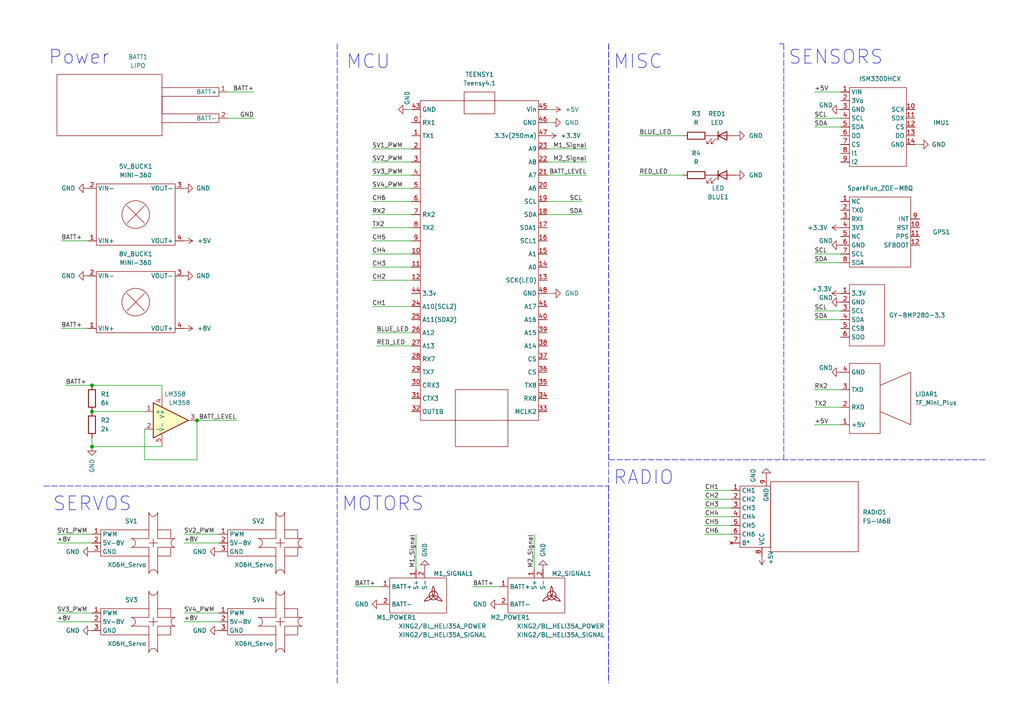
<source format=kicad_sch>
(kicad_sch (version 20211123) (generator eeschema)
  (paper "A4")
  (lib_symbols
    (symbol "ContraHopperSymbols:FS-IA6B"
      (property "Reference" "U" (at 0 -2.54 0))
      (property "Value" "FS-IA6B" (at 0 -5.08 0))
      (symbol "FS-IA6B_0_1"
        (rectangle (start -10.16 7.62) (end 10.16 -17.78))
        (rectangle (start -8.89 16.51) (end 8.89 7.62))
      )
      (symbol "FS-IA6B_1_1"
        (pin bidirectional line (at 7.62 19.05 270) (length 2.54) (name "CH1") (number "1"))
        (pin bidirectional line (at 5.08 19.05 270) (length 2.54) (name "CH2") (number "2"))
        (pin bidirectional line (at 2.54 19.05 270) (length 2.54) (name "CH3") (number "3"))
        (pin bidirectional line (at 0 19.05 270) (length 2.54) (name "CH4") (number "4"))
        (pin bidirectional line (at -2.54 19.05 270) (length 2.54) (name "CH5") (number "5"))
        (pin bidirectional line (at -5.08 19.05 270) (length 2.54) (name "CH6") (number "6"))
        (pin no_connect line (at -7.62 19.05 270) (length 2.54) (name "B*") (number "7"))
        (pin input line (at -11.43 10.16 0) (length 2.54) (name "VCC") (number "8"))
        (pin bidirectional line (at 11.43 8.89 180) (length 2.54) (name "GND") (number "9"))
      )
    )
    (symbol "ContraHopperSymbols:GY-BMP280-3.3"
      (property "Value" "GY-BMP280-3.3" (at 0 6.35 0))
      (symbol "GY-BMP280-3.3_0_1"
        (rectangle (start -8.89 -1.27) (end 8.89 8.89))
      )
      (symbol "GY-BMP280-3.3_1_1"
        (pin input line (at -6.35 -3.81 90) (length 2.54) (name "3.3V") (number "1"))
        (pin bidirectional line (at -3.81 -3.81 90) (length 2.54) (name "GND") (number "2"))
        (pin bidirectional line (at -1.27 -3.81 90) (length 2.54) (name "SCL") (number "3"))
        (pin bidirectional line (at 1.27 -3.81 90) (length 2.54) (name "SDA") (number "4"))
        (pin bidirectional line (at 3.81 -3.81 90) (length 2.54) (name "CSB") (number "5"))
        (pin bidirectional line (at 6.35 -3.81 90) (length 2.54) (name "SDO") (number "6"))
      )
    )
    (symbol "ContraHopperSymbols:ISM330DHCX"
      (property "Reference" "U" (at 0 2.54 0))
      (property "Value" "ISM330DHCX" (at 0 0 0))
      (symbol "ISM330DHCX_0_1"
        (rectangle (start -11.43 8.89) (end 11.43 -7.62))
      )
      (symbol "ISM330DHCX_1_1"
        (pin input line (at -10.16 -10.16 90) (length 2.54) (name "VIN") (number "1"))
        (pin bidirectional line (at -5.08 11.43 270) (length 2.54) (name "SCX") (number "10"))
        (pin bidirectional line (at -2.54 11.43 270) (length 2.54) (name "SDX") (number "11"))
        (pin bidirectional line (at 0 11.43 270) (length 2.54) (name "CS") (number "12"))
        (pin bidirectional line (at 2.54 11.43 270) (length 2.54) (name "DO") (number "13"))
        (pin bidirectional line (at 5.08 11.43 270) (length 2.54) (name "GND") (number "14"))
        (pin input line (at -7.62 -10.16 90) (length 2.54) (name "3Vo") (number "2"))
        (pin bidirectional line (at -5.08 -10.16 90) (length 2.54) (name "GND") (number "3"))
        (pin bidirectional line (at -2.54 -10.16 90) (length 2.54) (name "SCL") (number "4"))
        (pin bidirectional line (at 0 -10.16 90) (length 2.54) (name "SDA") (number "5"))
        (pin bidirectional line (at 2.54 -10.16 90) (length 2.54) (name "DO") (number "6"))
        (pin bidirectional line (at 5.08 -10.16 90) (length 2.54) (name "CS") (number "7"))
        (pin bidirectional line (at 7.62 -10.16 90) (length 2.54) (name "I1") (number "8"))
        (pin bidirectional line (at 10.16 -10.16 90) (length 2.54) (name "I2") (number "9"))
      )
    )
    (symbol "ContraHopperSymbols:LIPO"
      (property "Reference" "U" (at -5.08 -17.78 0))
      (property "Value" "LIPO" (at 0 -17.78 0))
      (symbol "LIPO_0_1"
        (rectangle (start -8.89 15.24) (end 8.89 -15.24))
        (polyline (pts (xy -5.08 15.24) (xy -5.08 31.75) (xy -2.54 31.75) (xy -2.54 15.24) (xy 2.54 15.24) (xy 2.54 31.75) (xy 5.08 31.75) (xy 5.08 15.24)))
      )
      (symbol "LIPO_1_1"
        (pin output line (at -3.81 34.29 270) (length 2.54) (name "BATT+") (number "1"))
        (pin bidirectional line (at 3.81 34.29 270) (length 2.54) (name "BATT-") (number "2"))
      )
    )
    (symbol "ContraHopperSymbols:LM358"
      (property "Reference" "U" (at 2.54 5.08 0))
      (property "Value" "LM358" (at 7.62 -6.35 0))
      (symbol "LM358_0_1"
        (polyline (pts (xy 7.62 0) (xy -2.54 5.08) (xy -2.54 -5.08) (xy 7.62 0)) (stroke (width 0.254)) (fill (type background)))
      )
      (symbol "LM358_1_1"
        (pin bidirectional line (at -5.08 2.54 0) (length 2.54) (name "+") (number "1"))
        (pin bidirectional line (at -5.08 -2.54 0) (length 2.54) (name "-") (number "2"))
        (pin bidirectional line (at 10.16 0 180) (length 2.54) (name "~") (number "3"))
        (pin input line (at 0 7.62 270) (length 3.81) (name "V+") (number "4"))
        (pin bidirectional line (at 0 -7.62 90) (length 3.81) (name "V-") (number "5"))
      )
    )
    (symbol "ContraHopperSymbols:MINI-360"
      (property "Reference" "U" (at 5.08 -10.16 0))
      (property "Value" "MINI-360" (at -1.27 -10.16 0))
      (symbol "MINI-360_0_1"
        (circle (center -0.635 0.635) (radius 4.0161))
        (polyline (pts (xy -3.175 -1.905) (xy 1.905 3.175)))
        (polyline (pts (xy -3.175 3.175) (xy 1.905 -1.905)))
        (rectangle (start 10.795 9.525) (end -12.065 -8.255))
      )
      (symbol "MINI-360_1_1"
        (pin input line (at -14.605 -6.985 0) (length 2.54) (name "VIN+") (number "1"))
        (pin bidirectional line (at -14.605 8.255 0) (length 2.54) (name "VIN-") (number "2"))
        (pin bidirectional line (at 13.335 8.255 180) (length 2.54) (name "VOUT-") (number "3"))
        (pin output line (at 13.335 -6.985 180) (length 2.54) (name "VOUT+") (number "4"))
      )
    )
    (symbol "ContraHopperSymbols:SparkFun_ZOE-M8Q"
      (property "Reference" "U" (at 0 -13.97 0))
      (property "Value" "SparkFun_ZOE-M8Q" (at 0 -11.43 0))
      (symbol "SparkFun_ZOE-M8Q_0_1"
        (rectangle (start 8.89 10.16) (end -8.89 -10.16))
      )
      (symbol "SparkFun_ZOE-M8Q_1_1"
        (pin bidirectional line (at -11.43 8.89 0) (length 2.54) (name "NC") (number "1"))
        (pin bidirectional line (at 11.43 1.27 180) (length 2.54) (name "RST") (number "10"))
        (pin bidirectional line (at 11.43 -1.27 180) (length 2.54) (name "PPS") (number "11"))
        (pin bidirectional line (at 11.43 -3.81 180) (length 2.54) (name "SFBOOT") (number "12"))
        (pin bidirectional line (at -11.43 6.35 0) (length 2.54) (name "TXO") (number "2"))
        (pin bidirectional line (at -11.43 3.81 0) (length 2.54) (name "RXI") (number "3"))
        (pin input line (at -11.43 1.27 0) (length 2.54) (name "3V3") (number "4"))
        (pin bidirectional line (at -11.43 -1.27 0) (length 2.54) (name "NC") (number "5"))
        (pin bidirectional line (at -11.43 -3.81 0) (length 2.54) (name "GND") (number "6"))
        (pin bidirectional line (at -11.43 -6.35 0) (length 2.54) (name "SCL") (number "7"))
        (pin bidirectional line (at -11.43 -8.89 0) (length 2.54) (name "SDA") (number "8"))
        (pin bidirectional line (at 11.43 3.81 180) (length 2.54) (name "INT") (number "9"))
      )
    )
    (symbol "ContraHopperSymbols:TF_Mini_Plus"
      (property "Reference" "U" (at 12.7 5.08 0))
      (property "Value" "TF_Mini_Plus" (at 0 -1.27 0))
      (symbol "TF_Mini_Plus_0_1"
        (rectangle (start -10.16 5.08) (end 10.16 -3.81))
        (polyline (pts (xy -3.81 -3.81) (xy -7.62 -12.7)))
        (polyline (pts (xy -7.62 -12.7) (xy 7.62 -12.7) (xy 3.81 -3.81) (xy 3.81 -3.81)))
      )
      (symbol "TF_Mini_Plus_1_1"
        (pin input line (at -7.62 7.62 270) (length 2.54) (name "+5V") (number "1"))
        (pin bidirectional line (at -2.54 7.62 270) (length 2.54) (name "RXD") (number "2"))
        (pin bidirectional line (at 2.54 7.62 270) (length 2.54) (name "TXD") (number "3"))
        (pin bidirectional line (at 7.62 7.62 270) (length 2.54) (name "GND") (number "4"))
      )
    )
    (symbol "ContraHopperSymbols:Teensy4.1"
      (property "Reference" "U" (at 0 -1.27 0))
      (property "Value" "Teensy4.1" (at 0 -3.81 0))
      (symbol "Teensy4.1_0_0"
        (text "" (at 16.51 20.32 0) (effects (font (size 1.27 1.27))))
      )
      (symbol "Teensy4.1_0_1"
        (rectangle (start -17.78 45.72) (end 16.51 -46.99))
        (rectangle (start -7.62 -38.1) (end 7.62 -54.61))
        (rectangle (start -5.08 41.91) (end 3.81 48.26))
      )
      (symbol "Teensy4.1_1_1"
        (pin bidirectional line (at -20.32 39.37 0) (length 2.54) (name "RX1") (number "0"))
        (pin bidirectional line (at -20.32 35.56 0) (length 2.54) (name "TX1") (number "1"))
        (pin bidirectional line (at -20.32 1.27 0) (length 2.54) (name "") (number "10"))
        (pin bidirectional line (at -20.32 -2.54 0) (length 2.54) (name "") (number "11"))
        (pin bidirectional line (at -20.32 -6.35 0) (length 2.54) (name "") (number "12"))
        (pin bidirectional line (at 19.05 -6.35 180) (length 2.54) (name "SCK(LED)") (number "13"))
        (pin bidirectional line (at 19.05 -2.54 180) (length 2.54) (name "A0") (number "14"))
        (pin bidirectional line (at 19.05 1.27 180) (length 2.54) (name "A1") (number "15"))
        (pin bidirectional line (at 19.05 5.08 180) (length 2.54) (name "SCL1") (number "16"))
        (pin bidirectional line (at 19.05 8.89 180) (length 2.54) (name "SDA1") (number "17"))
        (pin bidirectional line (at 19.05 12.7 180) (length 2.54) (name "SDA") (number "18"))
        (pin bidirectional line (at 19.05 16.51 180) (length 2.54) (name "SCL") (number "19"))
        (pin bidirectional line (at -20.32 31.75 0) (length 2.54) (name "") (number "2"))
        (pin bidirectional line (at 19.05 20.32 180) (length 2.54) (name "A6") (number "20"))
        (pin bidirectional line (at 19.05 24.13 180) (length 2.54) (name "A7") (number "21"))
        (pin bidirectional line (at 19.05 27.94 180) (length 2.54) (name "A8") (number "22"))
        (pin bidirectional line (at 19.05 31.75 180) (length 2.54) (name "A9") (number "23"))
        (pin bidirectional line (at -20.32 -13.97 0) (length 2.54) (name "A10(SCL2)") (number "24"))
        (pin bidirectional line (at -20.32 -17.78 0) (length 2.54) (name "A11(SDA2)") (number "25"))
        (pin bidirectional line (at -20.32 -21.59 0) (length 2.54) (name "A12") (number "26"))
        (pin bidirectional line (at -20.32 -25.4 0) (length 2.54) (name "A13") (number "27"))
        (pin bidirectional line (at -20.32 -29.21 0) (length 2.54) (name "RX7") (number "28"))
        (pin bidirectional line (at -20.32 -33.02 0) (length 2.54) (name "TX7") (number "29"))
        (pin bidirectional line (at -20.32 27.94 0) (length 2.54) (name "") (number "3"))
        (pin bidirectional line (at -20.32 -36.83 0) (length 2.54) (name "CRX3") (number "30"))
        (pin bidirectional line (at -20.32 -40.64 0) (length 2.54) (name "CTX3") (number "31"))
        (pin bidirectional line (at -20.32 -44.45 0) (length 2.54) (name "OUT1B") (number "32"))
        (pin bidirectional line (at 19.05 -44.45 180) (length 2.54) (name "MCLK2") (number "33"))
        (pin bidirectional line (at 19.05 -40.64 180) (length 2.54) (name "RX8") (number "34"))
        (pin bidirectional line (at 19.05 -36.83 180) (length 2.54) (name "TX8") (number "35"))
        (pin bidirectional line (at 19.05 -33.02 180) (length 2.54) (name "CS") (number "36"))
        (pin bidirectional line (at 19.05 -29.21 180) (length 2.54) (name "CS") (number "37"))
        (pin bidirectional line (at 19.05 -25.4 180) (length 2.54) (name "A14") (number "38"))
        (pin bidirectional line (at 19.05 -21.59 180) (length 2.54) (name "A15") (number "39"))
        (pin bidirectional line (at -20.32 24.13 0) (length 2.54) (name "") (number "4"))
        (pin bidirectional line (at 19.05 -17.78 180) (length 2.54) (name "A16") (number "40"))
        (pin bidirectional line (at 19.05 -13.97 180) (length 2.54) (name "A17") (number "41"))
        (pin bidirectional line (at -20.32 43.18 0) (length 2.54) (name "GND") (number "43"))
        (pin bidirectional line (at -20.32 -10.16 0) (length 2.54) (name "3.3v") (number "44"))
        (pin input line (at 19.05 43.18 180) (length 2.54) (name "Vin") (number "45"))
        (pin bidirectional line (at 19.05 39.37 180) (length 2.54) (name "GND") (number "46"))
        (pin output line (at 19.05 35.56 180) (length 2.54) (name "3.3v(250ma)") (number "47"))
        (pin bidirectional line (at 19.05 -10.16 180) (length 2.54) (name "GND") (number "48"))
        (pin bidirectional line (at -20.32 20.32 0) (length 2.54) (name "") (number "5"))
        (pin bidirectional line (at -20.32 16.51 0) (length 2.54) (name "") (number "6"))
        (pin bidirectional line (at -20.32 12.7 0) (length 2.54) (name "RX2") (number "7"))
        (pin bidirectional line (at -20.32 8.89 0) (length 2.54) (name "TX2") (number "8"))
        (pin bidirectional line (at -20.32 5.08 0) (length 2.54) (name "") (number "9"))
      )
    )
    (symbol "ContraHopperSymbols:X06H_Servo"
      (property "Reference" "U" (at -6.35 6.35 0))
      (property "Value" "X06H_Servo" (at -7.62 -6.35 0))
      (symbol "X06H_Servo_0_1"
        (arc (start -6.35 -1.27) (mid -4.9996 0) (end -6.35 1.27))
        (arc (start -1.27 8.89) (mid 0 7.5124) (end 1.27 8.89))
        (polyline (pts (xy -1.27 -8.89) (xy -1.27 -1.27)))
        (polyline (pts (xy -1.27 -1.27) (xy -6.35 -1.27)))
        (polyline (pts (xy -1.27 0) (xy 1.27 0)))
        (polyline (pts (xy -1.27 1.27) (xy -6.35 1.27)))
        (polyline (pts (xy -1.27 1.27) (xy -1.27 8.89)))
        (polyline (pts (xy 0 -1.27) (xy 0 1.27)))
        (polyline (pts (xy 1.27 -1.27) (xy 1.27 -8.89)))
        (polyline (pts (xy 1.27 -1.27) (xy 6.35 -1.27)))
        (polyline (pts (xy 1.27 1.27) (xy 6.35 1.27)))
        (polyline (pts (xy 1.27 3.81) (xy 5.08 3.81)))
        (polyline (pts (xy 1.27 8.89) (xy 1.27 1.27)))
        (polyline (pts (xy 5.08 3.81) (xy 5.08 1.27)))
        (polyline (pts (xy 5.08 -1.27) (xy 5.08 -3.81) (xy 1.27 -3.81)))
        (polyline (pts (xy -1.27 -3.81) (xy -15.24 -3.81) (xy -15.24 3.81) (xy -1.27 3.81)))
        (arc (start 1.27 -8.89) (mid 0 -7.4459) (end -1.27 -8.89))
        (arc (start 6.35 0) (mid 6.35 0) (end 6.35 0))
        (arc (start 6.35 1.27) (mid 4.9995 0) (end 6.35 -1.27))
      )
      (symbol "X06H_Servo_1_1"
        (pin bidirectional line (at -17.78 2.54 0) (length 2.54) (name "PWM") (number "1"))
        (pin input line (at -17.78 0 0) (length 2.54) (name "5V-8V") (number "2"))
        (pin bidirectional line (at -17.78 -2.54 0) (length 2.54) (name "GND") (number "3"))
      )
    )
    (symbol "ContraHopperSymbols:XING2{slash}BL_HELI35A_POWER"
      (property "Reference" "U" (at 8.89 8.89 0))
      (property "Value" "XING2{slash}BL_HELI35A_POWER" (at 2.54 -7.62 0))
      (symbol "XING2{slash}BL_HELI35A_POWER_0_0"
        (circle (center 6.35 0) (radius 1.27))
      )
      (symbol "XING2{slash}BL_HELI35A_POWER_0_1"
        (polyline (pts (xy 0 -5.08) (xy -6.35 -5.08) (xy -6.35 5.08) (xy 0 5.08)))
        (arc (start 3.743 -1.5967) (mid 6.2816 -0.1839) (end 6.283 2.7213))
        (arc (start 6.283 2.7213) (mid 6.3298 -0.1573) (end 8.823 -1.5967))
        (arc (start 8.823 -1.5967) (mid 6.283 -0.0269) (end 3.743 -1.5967))
      )
      (symbol "XING2{slash}BL_HELI35A_POWER_1_1"
        (pin input line (at -8.89 2.54 0) (length 2.54) (name "BATT+") (number "1"))
        (pin bidirectional line (at -8.89 -2.54 0) (length 2.54) (name "BATT-") (number "2"))
      )
    )
    (symbol "ContraHopperSymbols:XING2{slash}BL_HELI35A_SIGNAL"
      (property "Reference" "U" (at 8.89 8.89 0))
      (property "Value" "XING2{slash}BL_HELI35A_SIGNAL" (at 2.54 -7.62 0))
      (symbol "XING2{slash}BL_HELI35A_SIGNAL_0_0"
        (circle (center 6.35 0) (radius 1.27))
      )
      (symbol "XING2{slash}BL_HELI35A_SIGNAL_0_1"
        (polyline (pts (xy 0 -5.08) (xy 10.16 -5.08) (xy 10.16 5.08) (xy 0 5.08)))
        (arc (start 3.743 -1.5967) (mid 6.2816 -0.1839) (end 6.283 2.7213))
        (arc (start 6.283 2.7213) (mid 6.3298 -0.1573) (end 8.823 -1.5967))
        (arc (start 8.823 -1.5967) (mid 6.283 -0.0269) (end 3.743 -1.5967))
      )
      (symbol "XING2{slash}BL_HELI35A_SIGNAL_1_1"
        (pin bidirectional line (at 1.27 7.62 270) (length 2.54) (name "S+") (number "1"))
        (pin bidirectional line (at 3.81 7.62 270) (length 2.54) (name "S-") (number "2"))
      )
    )
    (symbol "Device:LED" (pin_numbers hide) (pin_names (offset 1.016) hide)
      (property "Reference" "D" (at 0 2.54 0))
      (property "Value" "LED" (at 0 -2.54 0))
      (symbol "LED_0_1"
        (polyline (pts (xy -1.27 -1.27) (xy -1.27 1.27)) (stroke (width 0.254)))
        (polyline (pts (xy -1.27 0) (xy 1.27 0)))
        (polyline (pts (xy 1.27 -1.27) (xy 1.27 1.27) (xy -1.27 0) (xy 1.27 -1.27)) (stroke (width 0.254)))
        (polyline (pts (xy -3.048 -0.762) (xy -4.572 -2.286) (xy -3.81 -2.286) (xy -4.572 -2.286) (xy -4.572 -1.524)))
        (polyline (pts (xy -1.778 -0.762) (xy -3.302 -2.286) (xy -2.54 -2.286) (xy -3.302 -2.286) (xy -3.302 -1.524)))
      )
      (symbol "LED_1_1"
        (pin passive line (at -3.81 0 0) (length 2.54) (name "K") (number "1"))
        (pin passive line (at 3.81 0 180) (length 2.54) (name "A") (number "2"))
      )
    )
    (symbol "Device:R" (pin_numbers hide) (pin_names (offset 0))
      (property "Reference" "R" (at 2.032 0 90))
      (property "Value" "R" (at 0 0 90))
      (symbol "R_0_1"
        (rectangle (start -1.016 -2.54) (end 1.016 2.54) (stroke (width 0.254)))
      )
      (symbol "R_1_1"
        (pin passive line (at 0 3.81 270) (length 1.27) (name "~") (number "1"))
        (pin passive line (at 0 -3.81 90) (length 1.27) (name "~") (number "2"))
      )
    )
    (symbol "XING2{slash}BL_HELI35A_POWER_1"
      (property "Reference" "U" (at 8.89 8.89 0))
      (property "Value" "XING2{slash}BL_HELI35A_POWER_1" (at 2.54 -7.62 0))
      (symbol "XING2{slash}BL_HELI35A_POWER_1_0_0"
        (circle (center 6.35 0) (radius 1.27))
      )
      (symbol "XING2{slash}BL_HELI35A_POWER_1_0_1"
        (polyline (pts (xy 0 -5.08) (xy -6.35 -5.08) (xy -6.35 5.08) (xy 0 5.08)))
        (arc (start 3.743 -1.5967) (mid 6.2816 -0.1839) (end 6.283 2.7213))
        (arc (start 6.283 2.7213) (mid 6.3298 -0.1573) (end 8.823 -1.5967))
        (arc (start 8.823 -1.5967) (mid 6.283 -0.0269) (end 3.743 -1.5967))
      )
      (symbol "XING2{slash}BL_HELI35A_POWER_1_1_1"
        (pin input line (at -8.89 2.54 0) (length 2.54) (name "BATT+") (number "1"))
        (pin bidirectional line (at -8.89 -2.54 0) (length 2.54) (name "BATT-") (number "2"))
      )
    )
    (symbol "power:+3.3V" (power) (pin_names (offset 0))
      (property "Value" "+3.3V" (at 0 3.556 0))
      (symbol "+3.3V_0_1"
        (polyline (pts (xy -0.762 1.27) (xy 0 2.54)))
        (polyline (pts (xy 0 0) (xy 0 2.54)))
        (polyline (pts (xy 0 2.54) (xy 0.762 1.27)))
      )
      (symbol "+3.3V_1_1"
        (pin power_in line (at 0 0 90) (length 0) hide (name "+3.3V") (number "1"))
      )
    )
    (symbol "power:+5V" (power) (pin_names (offset 0))
      (property "Value" "+5V" (at 0 3.556 0))
      (symbol "+5V_0_1"
        (polyline (pts (xy -0.762 1.27) (xy 0 2.54)))
        (polyline (pts (xy 0 0) (xy 0 2.54)))
        (polyline (pts (xy 0 2.54) (xy 0.762 1.27)))
      )
      (symbol "+5V_1_1"
        (pin power_in line (at 0 0 90) (length 0) hide (name "+5V") (number "1"))
      )
    )
    (symbol "power:+8V" (power) (pin_names (offset 0))
      (property "Value" "+8V" (at 0 3.556 0))
      (symbol "+8V_0_1"
        (polyline (pts (xy -0.762 1.27) (xy 0 2.54)))
        (polyline (pts (xy 0 0) (xy 0 2.54)))
        (polyline (pts (xy 0 2.54) (xy 0.762 1.27)))
      )
      (symbol "+8V_1_1"
        (pin power_in line (at 0 0 90) (length 0) hide (name "+8V") (number "1"))
      )
    )
    (symbol "power:GND" (power) (pin_names (offset 0))
      (property "Value" "GND" (at 0 -3.81 0))
      (symbol "GND_0_1"
        (polyline (pts (xy 0 0) (xy 0 -1.27) (xy 1.27 -1.27) (xy 0 -2.54) (xy -1.27 -1.27) (xy 0 -1.27)))
      )
      (symbol "GND_1_1"
        (pin power_in line (at 0 0 270) (length 0) hide (name "GND") (number "1"))
      )
    )
  )
  (junction (at 57.15 121.92))
  (junction (at 26.67 129.54))
  (junction (at 26.67 111.76))
  (junction (at 26.67 119.38))
  (wire (pts (xy 107.95 69.85) (xy 119.38 69.85)))
  (wire (pts (xy 107.95 54.61) (xy 119.38 54.61)))
  (wire (pts (xy 66.04 34.29) (xy 73.66 34.29)))
  (wire (pts (xy 109.22 100.33) (xy 119.38 100.33)))
  (wire (pts (xy 110.49 170.18) (xy 102.87 170.18)))
  (wire (pts (xy 107.95 81.28) (xy 119.38 81.28)))
  (wire (pts (xy 26.67 119.38) (xy 41.91 119.38)))
  (wire (pts (xy 144.78 170.18) (xy 137.16 170.18)))
  (wire (pts (xy 63.5 180.34) (xy 53.34 180.34)))
  (wire (pts (xy 63.5 177.8) (xy 53.34 177.8)))
  (wire (pts (xy 212.09 152.4) (xy 204.47 152.4)))
  (wire (pts (xy 107.95 77.47) (xy 119.38 77.47)))
  (wire (pts (xy 154.94 165.1) (xy 154.94 154.94)))
  (wire (pts (xy 107.95 58.42) (xy 119.38 58.42)))
  (wire (pts (xy 185.42 50.8) (xy 198.12 50.8)))
  (wire (pts (xy 107.95 88.9) (xy 119.38 88.9)))
  (wire (pts (xy 212.09 154.94) (xy 204.47 154.94)))
  (wire (pts (xy 243.84 118.11) (xy 236.22 118.11)))
  (polyline (pts (xy 227.33 133.35) (xy 227.33 12.7)))
  (wire (pts (xy 26.67 154.94) (xy 16.51 154.94)))
  (wire (pts (xy 236.22 73.66) (xy 243.84 73.66)))
  (polyline (pts (xy 285.75 133.35) (xy 176.53 133.35)))
  (wire (pts (xy 236.22 76.2) (xy 243.84 76.2)))
  (polyline (pts (xy 176.53 12.7) (xy 176.53 133.35)))
  (wire (pts (xy 57.15 133.35) (xy 41.91 133.35)))
  (wire (pts (xy 243.84 123.19) (xy 236.22 123.19)))
  (wire (pts (xy 160.02 85.09) (xy 158.75 85.09)))
  (wire (pts (xy 236.22 90.17) (xy 243.84 90.17)))
  (wire (pts (xy 46.99 111.76) (xy 46.99 114.3)))
  (polyline (pts (xy 97.79 140.97) (xy 176.53 140.97)))
  (polyline (pts (xy 97.79 12.7) (xy 97.79 140.97)))
  (wire (pts (xy 107.95 43.18) (xy 119.38 43.18)))
  (polyline (pts (xy 176.53 12.7) (xy 176.53 198.12)))
  (wire (pts (xy 107.95 46.99) (xy 119.38 46.99)))
  (wire (pts (xy 107.95 66.04) (xy 119.38 66.04)))
  (wire (pts (xy 25.4 69.85) (xy 17.78 69.85)))
  (wire (pts (xy 118.11 31.75) (xy 119.38 31.75)))
  (wire (pts (xy 109.22 96.52) (xy 119.38 96.52)))
  (wire (pts (xy 26.67 180.34) (xy 16.51 180.34)))
  (polyline (pts (xy 97.79 198.12) (xy 97.79 140.97)))
  (wire (pts (xy 25.4 95.25) (xy 17.78 95.25)))
  (wire (pts (xy 243.84 113.03) (xy 236.22 113.03)))
  (wire (pts (xy 26.67 111.76) (xy 19.05 111.76)))
  (wire (pts (xy 266.7 41.91) (xy 265.43 41.91)))
  (wire (pts (xy 158.75 50.8) (xy 170.18 50.8)))
  (wire (pts (xy 158.75 31.75) (xy 160.02 31.75)))
  (wire (pts (xy 158.75 62.23) (xy 168.91 62.23)))
  (wire (pts (xy 107.95 62.23) (xy 119.38 62.23)))
  (wire (pts (xy 212.09 142.24) (xy 204.47 142.24)))
  (wire (pts (xy 57.15 121.92) (xy 57.15 133.35)))
  (wire (pts (xy 236.22 36.83) (xy 243.84 36.83)))
  (wire (pts (xy 236.22 34.29) (xy 243.84 34.29)))
  (wire (pts (xy 212.09 144.78) (xy 204.47 144.78)))
  (polyline (pts (xy 226.06 12.7) (xy 227.33 12.7)))
  (wire (pts (xy 46.99 129.54) (xy 26.67 129.54)))
  (wire (pts (xy 236.22 26.67) (xy 243.84 26.67)))
  (wire (pts (xy 63.5 157.48) (xy 53.34 157.48)))
  (polyline (pts (xy 12.7 140.97) (xy 97.79 140.97)))
  (wire (pts (xy 66.04 26.67) (xy 73.66 26.67)))
  (wire (pts (xy 26.67 111.76) (xy 46.99 111.76)))
  (wire (pts (xy 107.95 50.8) (xy 119.38 50.8)))
  (wire (pts (xy 170.18 46.99) (xy 158.75 46.99)))
  (wire (pts (xy 212.09 149.86) (xy 204.47 149.86)))
  (wire (pts (xy 63.5 154.94) (xy 53.34 154.94)))
  (wire (pts (xy 57.15 121.92) (xy 68.58 121.92)))
  (wire (pts (xy 236.22 92.71) (xy 243.84 92.71)))
  (wire (pts (xy 41.91 133.35) (xy 41.91 124.46)))
  (wire (pts (xy 160.02 35.56) (xy 158.75 35.56)))
  (wire (pts (xy 26.67 129.54) (xy 26.67 127)))
  (wire (pts (xy 212.09 147.32) (xy 204.47 147.32)))
  (wire (pts (xy 170.18 43.18) (xy 158.75 43.18)))
  (wire (pts (xy 158.75 58.42) (xy 168.91 58.42)))
  (wire (pts (xy 120.65 165.1) (xy 120.65 154.94)))
  (wire (pts (xy 26.67 157.48) (xy 16.51 157.48)))
  (wire (pts (xy 107.95 73.66) (xy 119.38 73.66)))
  (wire (pts (xy 26.67 177.8) (xy 16.51 177.8)))
  (polyline (pts (xy 176.53 140.97) (xy 176.53 198.12)))
  (wire (pts (xy 185.42 39.37) (xy 198.12 39.37)))
  (text "Power" (at 13.97 19.05 0) (effects (font (size 4 4)) (justify left bottom)))
  (text "MOTORS" (at 99.06 148.59 0) (effects (font (size 4 4)) (justify left bottom)))
  (text "RADIO" (at 177.8 140.97 0) (effects (font (size 4 4)) (justify left bottom)))
  (text "MISC" (at 177.8 20.32 0) (effects (font (size 4 4)) (justify left bottom)))
  (text "SERVOS" (at 15.24 148.59 0) (effects (font (size 4 4)) (justify left bottom)))
  (text "SENSORS" (at 228.6 19.05 0) (effects (font (size 4 4)) (justify left bottom)))
  (text "MCU" (at 100.33 20.32 0) (effects (font (size 4 4)) (justify left bottom)))
  (label "RED_LED" (at 109.22 100.33 0))
  (label "+5V" (at 236.22 26.67 0))
  (label "M1_Signal" (at 170.18 43.18 180))
  (label "BATT+" (at 17.78 95.25 0))
  (label "RX2" (at 107.95 62.23 0))
  (label "RED_LED" (at 185.42 50.8 0))
  (label "BATT+" (at 73.66 26.67 180))
  (label "SV4_PWM" (at 53.34 177.8 0))
  (label "+8V" (at 16.51 180.34 0))
  (label "CH3" (at 204.47 147.32 0))
  (label "BATT_LEVEL" (at 68.58 121.92 180))
  (label "+5V" (at 236.22 123.19 0))
  (label "SV2_PWM" (at 53.34 154.94 0))
  (label "CH1" (at 107.95 88.9 0))
  (label "BATT+" (at 137.16 170.18 0))
  (label "SCL" (at 236.22 73.66 0))
  (label "CH2" (at 107.95 81.28 0))
  (label "TX2" (at 236.22 118.11 0))
  (label "M2_Signal" (at 170.18 46.99 180))
  (label "SV1_PWM" (at 16.51 154.94 0))
  (label "TX2" (at 107.95 66.04 0))
  (label "CH5" (at 204.47 152.4 0))
  (label "BLUE_LED" (at 185.42 39.37 0))
  (label "CH6" (at 204.47 154.94 0))
  (label "SCL" (at 236.22 34.29 0))
  (label "BLUE_LED" (at 109.22 96.52 0))
  (label "SCL" (at 168.91 58.42 180))
  (label "BATT+" (at 19.05 111.76 0))
  (label "GND" (at 73.66 34.29 180))
  (label "SV4_PWM" (at 107.95 54.61 0))
  (label "CH2" (at 204.47 144.78 0))
  (label "BATT+" (at 17.78 69.85 0))
  (label "+8V" (at 16.51 157.48 0))
  (label "+8V" (at 53.34 157.48 0))
  (label "RX2" (at 236.22 113.03 0))
  (label "CH4" (at 107.95 73.66 0))
  (label "M1_Signal" (at 120.65 154.94 270))
  (label "SDA" (at 236.22 36.83 0))
  (label "SDA" (at 236.22 76.2 0))
  (label "SV3_PWM" (at 16.51 177.8 0))
  (label "BATT+" (at 102.87 170.18 0))
  (label "CH3" (at 107.95 77.47 0))
  (label "SV3_PWM" (at 107.95 50.8 0))
  (label "CH6" (at 107.95 58.42 0))
  (label "BATT_LEVEL" (at 170.18 50.8 180))
  (label "CH1" (at 204.47 142.24 0))
  (label "SCL" (at 236.22 90.17 0))
  (label "M2_Signal" (at 154.94 154.94 270))
  (label "SDA" (at 168.91 62.23 180))
  (label "CH4" (at 204.47 149.86 0))
  (label "CH5" (at 107.95 69.85 0))
  (label "+8V" (at 53.34 180.34 0))
  (label "SV1_PWM" (at 107.95 43.18 0))
  (label "SDA" (at 236.22 92.71 0))
  (label "SV2_PWM" (at 107.95 46.99 0))
  (symbol (lib_id "ContraHopperSymbols:GY-BMP280-3.3") (at 247.65 91.44 270) (unit 1)
    (property "Reference" "BARO1" (effects hide))
    (property "Value" "GY-BMP280-3.3" (at 257.81 91.4399 90) (effects (justify left)))
    (property "Footprint" "UserKiCadFootprints:JST_XH_4pin" (effects hide))
  )
  (symbol (lib_id "power:GND") (at 144.78 175.26 270) (unit 1)
    (property "Reference" "#PWR0128" (effects hide))
    (property "Value" "GND" (at 137.16 175.26 90) (effects (justify left)))
  )
  (symbol (lib_id "power:GND") (at 266.7 41.91 90) (unit 1)
    (property "Reference" "#PWR0117" (effects hide))
    (property "Value" "GND" (at 274.32 41.91 90) (effects (justify left)))
  )
  (symbol (lib_id "Device:R") (at 26.67 123.19 0) (unit 1)
    (property "Reference" "R2" (at 29.21 121.9199 0) (effects (justify left)))
    (property "Value" "2k" (at 29.21 124.4599 0) (effects (justify left)))
    (property "Footprint" "UserKiCadFootprints:pinhole_resistor" (effects hide))
  )
  (symbol (lib_id "power:GND") (at 25.4 54.61 270) (unit 1)
    (property "Reference" "#PWR0105" (effects hide))
    (property "Value" "GND" (at 17.78 54.61 90) (effects (justify left)))
  )
  (symbol (lib_id "ContraHopperSymbols:X06H_Servo") (at 44.45 180.34 0) (unit 1)
    (property "Reference" "SV3" (at 38.1 173.99 0))
    (property "Value" "X06H_Servo" (at 36.83 186.69 0))
    (property "Footprint" "UserKiCadFootprints:JST_XH_3pin" (effects hide))
  )
  (symbol (lib_id "power:GND") (at 63.5 182.88 270) (unit 1)
    (property "Reference" "#PWR0131" (effects hide))
    (property "Value" "GND" (at 55.88 182.88 90) (effects (justify left)))
  )
  (symbol (lib_id "ContraHopperSymbols:X06H_Servo") (at 81.28 157.48 0) (unit 1)
    (property "Reference" "SV2" (at 74.93 151.13 0))
    (property "Value" "X06H_Servo" (at 73.66 163.83 0))
    (property "Footprint" "UserKiCadFootprints:JST_XH_3pin" (effects hide))
  )
  (symbol (lib_id "power:GND") (at 118.11 31.75 270) (unit 1)
    (property "Reference" "#PWR0124" (effects hide))
    (property "Value" "GND" (at 118.11 30.48 0) (effects (justify right)))
  )
  (symbol (lib_id "ContraHopperSymbols:X06H_Servo") (at 44.45 157.48 0) (unit 1)
    (property "Reference" "SV1" (at 38.1 151.13 0))
    (property "Value" "X06H_Servo" (at 36.83 163.83 0))
    (property "Footprint" "UserKiCadFootprints:JST_XH_3pin" (effects hide))
  )
  (symbol (lib_id "power:GND") (at 160.02 35.56 90) (unit 1)
    (property "Reference" "#PWR0122" (effects hide))
    (property "Value" "GND" (at 163.83 35.5599 90) (effects (justify right)))
  )
  (symbol (lib_id "power:GND") (at 110.49 175.26 270) (unit 1)
    (property "Reference" "#PWR0126" (effects hide))
    (property "Value" "GND" (at 102.87 175.26 90) (effects (justify left)))
  )
  (symbol (lib_id "power:GND") (at 222.25 138.43 180) (unit 1)
    (property "Reference" "#PWR0106" (effects hide))
    (property "Value" "GND" (at 218.44 135.89 90) (effects (justify left)))
  )
  (symbol (lib_id "power:GND") (at 213.36 39.37 90) (unit 1)
    (property "Reference" "#PWR0111" (effects hide))
    (property "Value" "GND" (at 217.17 39.3699 90) (effects (justify right)))
  )
  (symbol (lib_id "ContraHopperSymbols:LIPO") (at 31.75 30.48 270) (unit 1)
    (property "Reference" "BATT1" (at 40.005 16.51 90))
    (property "Value" "LIPO" (at 40.005 19.05 90))
    (property "Footprint" "UserKiCadFootprints:XT60_MOUNT" (effects hide))
  )
  (symbol (lib_id "power:GND") (at 25.4 80.01 270) (unit 1)
    (property "Reference" "#PWR0112" (effects hide))
    (property "Value" "GND" (at 17.78 80.01 90) (effects (justify left)))
  )
  (symbol (lib_id "power:GND") (at 53.34 80.01 90) (unit 1)
    (property "Reference" "#PWR0103" (effects hide))
    (property "Value" "GND" (at 60.96 80.01 90) (effects (justify left)))
  )
  (symbol (lib_id "power:+8V") (at 53.34 95.25 270) (unit 1)
    (property "Reference" "#PWR0104" (effects hide))
    (property "Value" "+8V" (at 57.15 95.2499 90) (effects (justify left)))
  )
  (symbol (lib_id "power:GND") (at 26.67 160.02 270) (unit 1)
    (property "Reference" "#PWR0125" (effects hide))
    (property "Value" "GND" (at 19.05 160.02 90) (effects (justify left)))
  )
  (symbol (lib_id "power:GND") (at 157.48 165.1 180) (unit 1)
    (property "Reference" "#PWR0119" (effects hide))
    (property "Value" "GND" (at 157.48 157.48 90) (effects (justify left)))
  )
  (symbol (lib_id "ContraHopperSymbols:LM358") (at 46.99 121.92 0) (unit 1)
    (property "Reference" "LM358" (at 50.8 114.3 0))
    (property "Value" "LM358" (at 52.07 116.84 0))
    (property "Footprint" "UserKiCadFootprints:LM358" (effects hide))
  )
  (symbol (lib_id "power:GND") (at 26.67 129.54 0) (unit 1)
    (property "Reference" "#PWR0129" (effects hide))
    (property "Value" "GND" (at 26.67 137.16 90) (effects (justify left)))
  )
  (symbol (lib_id "ContraHopperSymbols:XING2{slash}BL_HELI35A_SIGNAL") (at 119.38 172.72 0) (unit 1)
    (property "Reference" "M1_SIGNAL1" (at 125.73 166.37 0) (effects (justify left)))
    (property "Value" "XING2/BL_HELI35A_SIGNAL" (at 115.57 184.15 0) (effects (justify left)))
    (property "Footprint" "UserKiCadFootprints:JST_XH_2pin" (effects hide))
  )
  (symbol (lib_id "power:+3.3V") (at 158.75 39.37 270) (unit 1)
    (property "Reference" "#PWR0121" (effects hide))
    (property "Value" "+3.3V" (at 162.56 39.3699 90) (effects (justify left)))
  )
  (symbol (lib_id "power:+5V") (at 220.98 161.29 180) (unit 1)
    (property "Reference" "#PWR0110" (effects hide))
    (property "Value" "+5V" (at 223.52 163.83 90) (effects (justify right)))
  )
  (symbol (lib_id "ContraHopperSymbols:FS-IA6B") (at 231.14 149.86 90) (unit 1)
    (property "Reference" "RADIO1" (at 250.19 148.5899 90) (effects (justify right)))
    (property "Value" "FS-IA6B" (at 250.19 151.1299 90) (effects (justify right)))
    (property "Footprint" "UserKiCadFootprints:FS-IA6B" (effects hide))
  )
  (symbol (lib_id "Device:R") (at 201.93 50.8 270) (unit 1)
    (property "Reference" "R4" (at 201.93 44.45 90))
    (property "Value" "R" (at 201.93 46.99 90))
    (property "Footprint" "UserKiCadFootprints:pinhole_resistor" (effects hide))
  )
  (symbol (lib_id "power:+5V") (at 160.02 31.75 270) (unit 1)
    (property "Reference" "#PWR0120" (effects hide))
    (property "Value" "+5V" (at 163.83 31.7499 90) (effects (justify left)))
  )
  (symbol (lib_id "power:GND") (at 243.84 31.75 270) (unit 1)
    (property "Reference" "#PWR0113" (effects hide))
    (property "Value" "GND" (at 237.49 30.48 90) (effects (justify left)))
  )
  (symbol (lib_id "ContraHopperSymbols:XING2{slash}BL_HELI35A_SIGNAL") (at 153.67 172.72 0) (unit 1)
    (property "Reference" "M2_SIGNAL1" (at 160.02 166.37 0) (effects (justify left)))
    (property "Value" "XING2/BL_HELI35A_SIGNAL" (at 149.86 184.15 0) (effects (justify left)))
    (property "Footprint" "UserKiCadFootprints:JST_XH_2pin" (effects hide))
  )
  (symbol (lib_id "ContraHopperSymbols:XING2{slash}BL_HELI35A_POWER") (at 153.67 172.72 0) (unit 1)
    (property "Reference" "M2_POWER1" (at 142.24 179.07 0) (effects (justify left)))
    (property "Value" "XING2/BL_HELI35A_POWER" (at 149.86 181.61 0) (effects (justify left)))
    (property "Footprint" "UserKiCadFootprints:ESC_POWER" (effects hide))
  )
  (symbol (lib_id "ContraHopperSymbols:MINI-360") (at 40.005 88.265 0) (unit 1)
    (property "Reference" "8V_BUCK1" (at 39.37 73.66 0))
    (property "Value" "MINI-360" (at 39.37 76.2 0))
    (property "Footprint" "UserKiCadFootprints:MINI_360" (effects hide))
  )
  (symbol (lib_id "power:GND") (at 160.02 85.09 90) (unit 1)
    (property "Reference" "#PWR0118" (effects hide))
    (property "Value" "GND" (at 163.83 85.0899 90) (effects (justify right)))
  )
  (symbol (lib_id "ContraHopperSymbols:Teensy4.1") (at 139.7 74.93 0) (unit 1)
    (property "Reference" "TEENSY1" (at 139.1047 21.59 0))
    (property "Value" "Teensy4.1" (at 139.1047 24.13 0))
    (property "Footprint" "UserKiCadFootprints:Teensy4.1" (effects hide))
  )
  (symbol (lib_name "XING2{slash}BL_HELI35A_POWER_1") (lib_id "ContraHopperSymbols:XING2{slash}BL_HELI35A_POWER") (at 119.38 172.72 0) (unit 1)
    (property "Reference" "M1_POWER1" (at 109.22 179.07 0) (effects (justify left)))
    (property "Value" "XING2/BL_HELI35A_POWER" (at 115.57 181.61 0) (effects (justify left)))
    (property "Footprint" "UserKiCadFootprints:ESC_POWER" (effects hide))
  )
  (symbol (lib_id "power:+3.3V") (at 243.84 85.09 90) (unit 1)
    (property "Reference" "#PWR0107" (effects hide))
    (property "Value" "+3.3V" (at 241.3 83.82 90) (effects (justify left)))
  )
  (symbol (lib_id "power:GND") (at 243.84 107.95 270) (unit 1)
    (property "Reference" "#PWR0108" (effects hide))
    (property "Value" "GND" (at 237.49 106.68 90) (effects (justify left)))
  )
  (symbol (lib_id "power:GND") (at 123.19 165.1 180) (unit 1)
    (property "Reference" "#PWR0123" (effects hide))
    (property "Value" "GND" (at 123.19 157.48 90) (effects (justify left)))
  )
  (symbol (lib_id "ContraHopperSymbols:TF_Mini_Plus") (at 251.46 115.57 90) (unit 1)
    (property "Reference" "LIDAR1" (at 265.43 114.2999 90) (effects (justify right)))
    (property "Value" "TF_Mini_Plus" (at 265.43 116.8399 90) (effects (justify right)))
    (property "Footprint" "UserKiCadFootprints:JST_XH_4pin" (effects hide))
  )
  (symbol (lib_id "Device:R") (at 201.93 39.37 270) (unit 1)
    (property "Reference" "R3" (at 201.93 33.02 90))
    (property "Value" "R" (at 201.93 35.56 90))
    (property "Footprint" "UserKiCadFootprints:pinhole_resistor" (effects hide))
  )
  (symbol (lib_id "power:GND") (at 53.34 54.61 90) (unit 1)
    (property "Reference" "#PWR0101" (effects hide))
    (property "Value" "GND" (at 60.96 54.61 90) (effects (justify left)))
  )
  (symbol (lib_id "ContraHopperSymbols:SparkFun_ZOE-M8Q") (at 255.27 67.31 0) (unit 1)
    (property "Reference" "GPS1" (at 273.05 67.31 0))
    (property "Value" "SparkFun_ZOE-M8Q" (at 255.27 54.61 0))
    (property "Footprint" "UserKiCadFootprints:SparkFun_ZOEM8Q" (effects hide))
  )
  (symbol (lib_id "power:GND") (at 26.67 182.88 270) (unit 1)
    (property "Reference" "#PWR0127" (effects hide))
    (property "Value" "GND" (at 19.05 182.88 90) (effects (justify left)))
  )
  (symbol (lib_id "power:GND") (at 243.84 71.12 270) (unit 1)
    (property "Reference" "#PWR0116" (effects hide))
    (property "Value" "GND" (at 237.49 69.85 90) (effects (justify left)))
  )
  (symbol (lib_id "power:GND") (at 63.5 160.02 270) (unit 1)
    (property "Reference" "#PWR0130" (effects hide))
    (property "Value" "GND" (at 55.88 160.02 90) (effects (justify left)))
  )
  (symbol (lib_id "power:+3.3V") (at 243.84 66.04 90) (unit 1)
    (property "Reference" "#PWR0114" (effects hide))
    (property "Value" "+3.3V" (at 240.03 66.0399 90) (effects (justify left)))
  )
  (symbol (lib_id "ContraHopperSymbols:X06H_Servo") (at 81.28 180.34 0) (unit 1)
    (property "Reference" "SV4" (at 74.93 173.99 0))
    (property "Value" "X06H_Servo" (at 73.66 186.69 0))
    (property "Footprint" "UserKiCadFootprints:JST_XH_3pin" (effects hide))
  )
  (symbol (lib_id "Device:LED") (at 209.55 50.8 0) (unit 1)
    (property "Reference" "BLUE1" (at 208.28 57.15 0))
    (property "Value" "LED" (at 208.28 54.61 0))
    (property "Footprint" "UserKiCadFootprints:LED" (effects hide))
  )
  (symbol (lib_id "ContraHopperSymbols:ISM330DHCX") (at 254 36.83 270) (unit 1)
    (property "Reference" "IMU1" (at 273.05 35.56 90))
    (property "Value" "ISM330DHCX" (at 255.27 22.86 90))
    (property "Footprint" "UserKiCadFootprints:ISM330DHCX" (effects hide))
  )
  (symbol (lib_id "ContraHopperSymbols:MINI-360") (at 40.005 62.865 0) (unit 1)
    (property "Reference" "5V_BUCK1" (at 39.37 48.26 0))
    (property "Value" "MINI-360" (at 39.37 50.8 0))
    (property "Footprint" "UserKiCadFootprints:MINI_360" (effects hide))
  )
  (symbol (lib_id "power:+5V") (at 53.34 69.85 270) (unit 1)
    (property "Reference" "#PWR0102" (effects hide))
    (property "Value" "+5V" (at 57.15 69.8499 90) (effects (justify left)))
  )
  (symbol (lib_id "power:GND") (at 213.36 50.8 90) (unit 1)
    (property "Reference" "#PWR0115" (effects hide))
    (property "Value" "GND" (at 217.17 50.7999 90) (effects (justify right)))
  )
  (symbol (lib_id "Device:R") (at 26.67 115.57 0) (unit 1)
    (property "Reference" "R1" (at 29.21 114.2999 0) (effects (justify left)))
    (property "Value" "6k" (at 29.21 116.8399 0) (effects (justify left)))
    (property "Footprint" "UserKiCadFootprints:pinhole_resistor" (effects hide))
  )
  (symbol (lib_id "Device:LED") (at 209.55 39.37 0) (unit 1)
    (property "Reference" "RED1" (at 207.9625 33.02 0))
    (property "Value" "LED" (at 207.9625 35.56 0))
    (property "Footprint" "UserKiCadFootprints:LED" (effects hide))
  )
  (symbol (lib_id "power:GND") (at 243.84 87.63 270) (unit 1)
    (property "Reference" "#PWR0109" (effects hide))
    (property "Value" "GND" (at 237.49 86.36 90) (effects (justify left)))
  )
)
</source>
